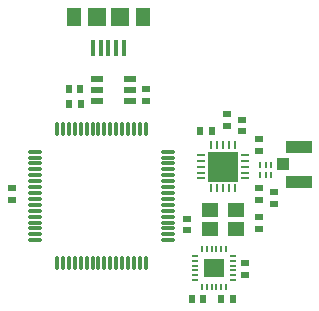
<source format=gtp>
G04*
G04 #@! TF.GenerationSoftware,Altium Limited,Altium Designer,19.1.7 (138)*
G04*
G04 Layer_Color=8421504*
%FSLAX44Y44*%
%MOMM*%
G71*
G01*
G75*
%ADD15R,0.7000X0.6000*%
%ADD16R,1.0500X0.6000*%
%ADD17O,0.7000X0.2500*%
%ADD18O,0.2500X0.7000*%
%ADD19R,2.6000X2.6000*%
%ADD20R,0.6000X0.7000*%
%ADD21O,0.3000X1.3000*%
%ADD22O,1.3000X0.3000*%
%ADD23R,0.4000X1.3500*%
%ADD24R,1.5000X1.5500*%
%ADD25R,1.4000X1.2000*%
%ADD26R,0.2500X0.5500*%
%ADD27R,1.7000X1.5400*%
%ADD28O,0.2000X0.6500*%
%ADD29O,0.6500X0.2000*%
%ADD30R,1.0500X1.0000*%
%ADD31R,2.2000X1.0500*%
%ADD32R,1.2000X1.5500*%
%ADD33R,1.2000X1.5500*%
D15*
X1179830Y741252D02*
D03*
Y751252D02*
D03*
X957834Y744808D02*
D03*
Y754808D02*
D03*
X1166970Y796210D02*
D03*
Y786210D02*
D03*
X1152660Y812720D02*
D03*
Y802720D02*
D03*
X1140460Y817292D02*
D03*
Y807292D02*
D03*
X1155700Y690880D02*
D03*
Y680880D02*
D03*
X1166970Y744380D02*
D03*
Y754380D02*
D03*
X1106170Y718900D02*
D03*
Y728900D02*
D03*
X1166970Y730090D02*
D03*
Y720090D02*
D03*
X1071626Y828374D02*
D03*
Y838374D02*
D03*
D16*
X1030190Y828446D02*
D03*
Y837946D02*
D03*
Y847446D02*
D03*
X1057690D02*
D03*
Y837946D02*
D03*
Y828446D02*
D03*
D17*
X1118150Y782880D02*
D03*
Y777880D02*
D03*
Y772880D02*
D03*
Y767880D02*
D03*
Y762880D02*
D03*
X1155150D02*
D03*
Y767880D02*
D03*
Y772880D02*
D03*
Y777880D02*
D03*
Y782880D02*
D03*
D18*
X1126650Y754380D02*
D03*
X1131650D02*
D03*
X1136650D02*
D03*
X1141650D02*
D03*
X1146650D02*
D03*
Y791380D02*
D03*
X1141650D02*
D03*
X1136650D02*
D03*
X1131650D02*
D03*
X1126650D02*
D03*
D19*
X1136650Y772880D02*
D03*
D20*
X1110060Y660400D02*
D03*
X1120060D02*
D03*
X1005920Y838454D02*
D03*
X1015920D02*
D03*
X1117600Y802640D02*
D03*
X1127600D02*
D03*
X1135380Y660400D02*
D03*
X1145380D02*
D03*
X1016174Y826008D02*
D03*
X1006174D02*
D03*
D21*
X996280Y804530D02*
D03*
X1001280D02*
D03*
X1006280D02*
D03*
X1011280D02*
D03*
X1016280D02*
D03*
X1021280D02*
D03*
X1026280D02*
D03*
X1031280D02*
D03*
X1036280D02*
D03*
X1041280D02*
D03*
X1046280D02*
D03*
X1051280D02*
D03*
X1056280D02*
D03*
X1061280D02*
D03*
X1066280D02*
D03*
X1071280D02*
D03*
Y691530D02*
D03*
X1066280D02*
D03*
X1061280D02*
D03*
X1056280D02*
D03*
X1051280D02*
D03*
X1046280D02*
D03*
X1041280D02*
D03*
X1036280D02*
D03*
X1031280D02*
D03*
X1026280D02*
D03*
X1021280D02*
D03*
X1016280D02*
D03*
X1011280D02*
D03*
X1006280D02*
D03*
X1001280D02*
D03*
X996280D02*
D03*
D22*
X1090280Y785530D02*
D03*
Y780530D02*
D03*
Y775530D02*
D03*
Y770530D02*
D03*
Y765530D02*
D03*
Y760530D02*
D03*
Y755530D02*
D03*
Y750530D02*
D03*
Y745530D02*
D03*
Y740530D02*
D03*
Y735530D02*
D03*
Y730530D02*
D03*
Y725530D02*
D03*
Y720530D02*
D03*
Y715530D02*
D03*
Y710530D02*
D03*
X977280D02*
D03*
Y715530D02*
D03*
Y720530D02*
D03*
Y725530D02*
D03*
Y730530D02*
D03*
Y735530D02*
D03*
Y740530D02*
D03*
Y745530D02*
D03*
Y750530D02*
D03*
Y755530D02*
D03*
Y760530D02*
D03*
Y765530D02*
D03*
Y770530D02*
D03*
Y775530D02*
D03*
Y780530D02*
D03*
Y785530D02*
D03*
D23*
X1052674Y872922D02*
D03*
X1046174D02*
D03*
X1039674D02*
D03*
X1033174D02*
D03*
X1026674D02*
D03*
D24*
X1049674Y899922D02*
D03*
X1029674D02*
D03*
D25*
X1147478Y735802D02*
D03*
Y719802D02*
D03*
X1125478Y735802D02*
D03*
Y719802D02*
D03*
D26*
X1177718Y774446D02*
D03*
X1172718D02*
D03*
X1167718D02*
D03*
Y765946D02*
D03*
X1172718D02*
D03*
X1177718D02*
D03*
D27*
X1129030Y687070D02*
D03*
D28*
X1119030Y702820D02*
D03*
X1123030D02*
D03*
X1127030D02*
D03*
X1131030D02*
D03*
X1135030D02*
D03*
X1139030D02*
D03*
Y671320D02*
D03*
X1135030D02*
D03*
X1131030D02*
D03*
X1127030D02*
D03*
X1123030D02*
D03*
X1119030D02*
D03*
D29*
X1144780Y697070D02*
D03*
Y693070D02*
D03*
Y689070D02*
D03*
Y685070D02*
D03*
Y681070D02*
D03*
Y677070D02*
D03*
X1113280D02*
D03*
Y681070D02*
D03*
Y685070D02*
D03*
Y689070D02*
D03*
Y693070D02*
D03*
Y697070D02*
D03*
D30*
X1187658Y774954D02*
D03*
D31*
X1200658Y760204D02*
D03*
Y789704D02*
D03*
D32*
X1068674Y899922D02*
D03*
D33*
X1010674Y899922D02*
D03*
M02*

</source>
